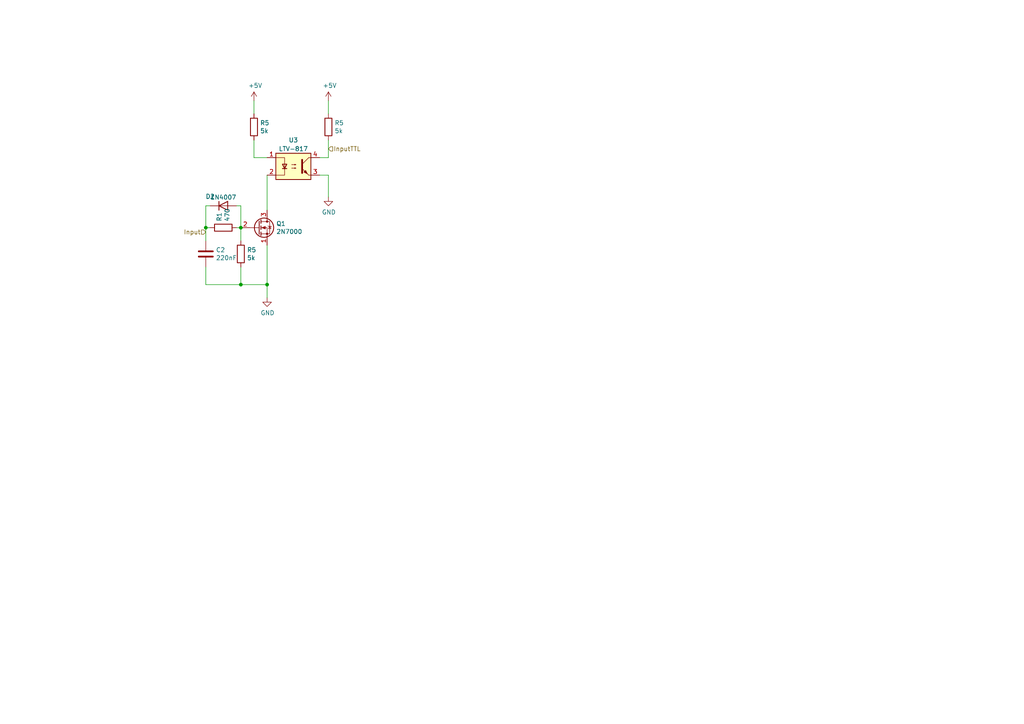
<source format=kicad_sch>
(kicad_sch (version 20230121) (generator eeschema)
  (paper "A4")
  (lib_symbols
    (symbol "Device:C" (pin_numbers hide) (pin_names (offset 0.254))
      (property "Reference" "C" (at 0.635 2.54 0))
      (property "Value" "C" (at 0.635 -2.54 0))
      (symbol "C_0_1"
        (polyline (pts (xy -2.032 -0.762) (xy 2.032 -0.762)) (stroke (width 0.508)))
        (polyline (pts (xy -2.032 0.762) (xy 2.032 0.762)) (stroke (width 0.508)))
      )
      (symbol "C_1_1"
        (pin passive line (at 0 3.81 270) (length 2.794) (name "~") (number "1"))
        (pin passive line (at 0 -3.81 90) (length 2.794) (name "~") (number "2"))
      )
    )
    (symbol "Device:R" (pin_numbers hide) (pin_names (offset 0))
      (property "Reference" "R" (at 2.032 0 90))
      (property "Value" "R" (at 0 0 90))
      (symbol "R_0_1"
        (rectangle (start -1.016 -2.54) (end 1.016 2.54) (stroke (width 0.254)))
      )
      (symbol "R_1_1"
        (pin passive line (at 0 3.81 270) (length 1.27) (name "~") (number "1"))
        (pin passive line (at 0 -3.81 90) (length 1.27) (name "~") (number "2"))
      )
    )
    (symbol "Diode:1N4007" (pin_numbers hide) (pin_names (offset 1.016) hide)
      (property "Reference" "D" (at 0 2.54 0))
      (property "Value" "1N4007" (at 0 -2.54 0))
      (symbol "1N4007_0_1"
        (polyline (pts (xy -1.27 1.27) (xy -1.27 -1.27)) (stroke (width 0.254)))
        (polyline (pts (xy 1.27 0) (xy -1.27 0)))
        (polyline (pts (xy 1.27 1.27) (xy 1.27 -1.27) (xy -1.27 0) (xy 1.27 1.27)) (stroke (width 0.254)))
      )
      (symbol "1N4007_1_1"
        (pin passive line (at -3.81 0 0) (length 2.54) (name "K") (number "1"))
        (pin passive line (at 3.81 0 180) (length 2.54) (name "A") (number "2"))
      )
    )
    (symbol "Isolator:LTV-817" (pin_names (offset 1.016))
      (property "Reference" "U" (at -5.08 5.08 0))
      (property "Value" "LTV-817" (at 0 5.08 0))
      (symbol "LTV-817_0_1"
        (rectangle (start -5.08 3.81) (end 5.08 -3.81) (stroke (width 0.254)) (fill (type background)))
        (polyline (pts (xy -3.175 -0.635) (xy -1.905 -0.635)) (stroke (width 0.254)))
        (polyline (pts (xy 2.54 0.635) (xy 4.445 2.54)))
        (polyline (pts (xy 4.445 -2.54) (xy 2.54 -0.635)) (fill (type outline)))
        (polyline (pts (xy 4.445 -2.54) (xy 5.08 -2.54)))
        (polyline (pts (xy 4.445 2.54) (xy 5.08 2.54)))
        (polyline (pts (xy -5.08 2.54) (xy -2.54 2.54) (xy -2.54 -0.762)))
        (polyline (pts (xy -2.54 -0.635) (xy -2.54 -2.54) (xy -5.08 -2.54)))
        (polyline (pts (xy 2.54 1.905) (xy 2.54 -1.905) (xy 2.54 -1.905)) (stroke (width 0.508)))
        (polyline (pts (xy -2.54 -0.635) (xy -3.175 0.635) (xy -1.905 0.635) (xy -2.54 -0.635)) (stroke (width 0.254)))
        (polyline (pts (xy -0.508 -0.508) (xy 0.762 -0.508) (xy 0.381 -0.635) (xy 0.381 -0.381) (xy 0.762 -0.508)))
        (polyline (pts (xy -0.508 0.508) (xy 0.762 0.508) (xy 0.381 0.381) (xy 0.381 0.635) (xy 0.762 0.508)))
        (polyline (pts (xy 3.048 -1.651) (xy 3.556 -1.143) (xy 4.064 -2.159) (xy 3.048 -1.651) (xy 3.048 -1.651)) (fill (type outline)))
      )
      (symbol "LTV-817_1_1"
        (pin passive line (at -7.62 2.54 0) (length 2.54) (name "~") (number "1"))
        (pin passive line (at -7.62 -2.54 0) (length 2.54) (name "~") (number "2"))
        (pin passive line (at 7.62 -2.54 180) (length 2.54) (name "~") (number "3"))
        (pin passive line (at 7.62 2.54 180) (length 2.54) (name "~") (number "4"))
      )
    )
    (symbol "Transistor_FET:2N7000" (pin_names hide)
      (property "Reference" "Q" (at 5.08 1.905 0))
      (property "Value" "2N7000" (at 5.08 0 0))
      (symbol "2N7000_0_1"
        (polyline (pts (xy 0.254 0) (xy -2.54 0)))
        (polyline (pts (xy 0.254 1.905) (xy 0.254 -1.905)) (stroke (width 0.254)))
        (polyline (pts (xy 0.762 -1.27) (xy 0.762 -2.286)) (stroke (width 0.254)))
        (polyline (pts (xy 0.762 0.508) (xy 0.762 -0.508)) (stroke (width 0.254)))
        (polyline (pts (xy 0.762 2.286) (xy 0.762 1.27)) (stroke (width 0.254)))
        (polyline (pts (xy 2.54 2.54) (xy 2.54 1.778)))
        (polyline (pts (xy 2.54 -2.54) (xy 2.54 0) (xy 0.762 0)))
        (polyline (pts (xy 0.762 -1.778) (xy 3.302 -1.778) (xy 3.302 1.778) (xy 0.762 1.778)))
        (polyline (pts (xy 1.016 0) (xy 2.032 0.381) (xy 2.032 -0.381) (xy 1.016 0)) (fill (type outline)))
        (polyline (pts (xy 2.794 0.508) (xy 2.921 0.381) (xy 3.683 0.381) (xy 3.81 0.254)))
        (polyline (pts (xy 3.302 0.381) (xy 2.921 -0.254) (xy 3.683 -0.254) (xy 3.302 0.381)))
        (circle (center 1.651 0) (radius 2.794) (stroke (width 0.254)))
        (circle (center 2.54 -1.778) (radius 0.254) (fill (type outline)))
        (circle (center 2.54 1.778) (radius 0.254) (fill (type outline)))
      )
      (symbol "2N7000_1_1"
        (pin passive line (at 2.54 -5.08 90) (length 2.54) (name "S") (number "1"))
        (pin input line (at -5.08 0 0) (length 2.54) (name "G") (number "2"))
        (pin passive line (at 2.54 5.08 270) (length 2.54) (name "D") (number "3"))
      )
    )
    (symbol "power:+5V" (power) (pin_names (offset 0))
      (property "Value" "+5V" (at 0 3.556 0))
      (symbol "+5V_0_1"
        (polyline (pts (xy -0.762 1.27) (xy 0 2.54)))
        (polyline (pts (xy 0 0) (xy 0 2.54)))
        (polyline (pts (xy 0 2.54) (xy 0.762 1.27)))
      )
      (symbol "+5V_1_1"
        (pin power_in line (at 0 0 90) (length 0) hide (name "+5V") (number "1"))
      )
    )
    (symbol "power:GND" (power) (pin_names (offset 0))
      (property "Value" "GND" (at 0 -3.81 0))
      (symbol "GND_0_1"
        (polyline (pts (xy 0 0) (xy 0 -1.27) (xy 1.27 -1.27) (xy 0 -2.54) (xy -1.27 -1.27) (xy 0 -1.27)))
      )
      (symbol "GND_1_1"
        (pin power_in line (at 0 0 270) (length 0) hide (name "GND") (number "1"))
      )
    )
  )
  (junction (at 59.69 66.04))
  (junction (at 69.85 82.55))
  (junction (at 69.85 66.04))
  (junction (at 77.47 82.55))
  (wire (pts (xy 68.58 66.04) (xy 69.85 66.04)))
  (wire (pts (xy 92.71 45.72) (xy 95.25 45.72)))
  (wire (pts (xy 95.25 50.8) (xy 95.25 57.15)))
  (wire (pts (xy 77.47 71.12) (xy 77.47 82.55)))
  (wire (pts (xy 68.58 59.69) (xy 69.85 59.69)))
  (wire (pts (xy 69.85 82.55) (xy 77.47 82.55)))
  (wire (pts (xy 73.66 45.72) (xy 77.47 45.72)))
  (wire (pts (xy 77.47 50.8) (xy 77.47 60.96)))
  (wire (pts (xy 59.69 82.55) (xy 69.85 82.55)))
  (wire (pts (xy 59.69 69.85) (xy 59.69 66.04)))
  (wire (pts (xy 77.47 86.36) (xy 77.47 82.55)))
  (wire (pts (xy 73.66 29.21) (xy 73.66 33.02)))
  (wire (pts (xy 69.85 77.47) (xy 69.85 82.55)))
  (wire (pts (xy 60.96 59.69) (xy 59.69 59.69)))
  (wire (pts (xy 59.69 59.69) (xy 59.69 66.04)))
  (wire (pts (xy 59.69 77.47) (xy 59.69 82.55)))
  (wire (pts (xy 73.66 40.64) (xy 73.66 45.72)))
  (wire (pts (xy 69.85 69.85) (xy 69.85 66.04)))
  (wire (pts (xy 95.25 45.72) (xy 95.25 40.64)))
  (wire (pts (xy 69.85 59.69) (xy 69.85 66.04)))
  (wire (pts (xy 59.69 66.04) (xy 60.96 66.04)))
  (wire (pts (xy 95.25 29.21) (xy 95.25 33.02)))
  (wire (pts (xy 92.71 50.8) (xy 95.25 50.8)))
  (hierarchical_label "InputTTL" (shape input) (at 95.25 43.18 0))
  (hierarchical_label "Input" (shape input) (at 59.69 67.31 180))
  (symbol (lib_id "Diode:1N4007") (at 64.77 59.69 0) (unit 1)
    (property "Reference" "D2" (at 60.96 56.9935 0))
    (property "Value" "1N4007" (at 64.77 57.2286 0))
    (property "Footprint" "Diode_THT:D_DO-41_SOD81_P10.16mm_Horizontal" (effects hide))
    (property "Datasheet" "http://www.vishay.com/docs/88503/1n4001.pdf" (effects hide))
    (instances (project "MakeItRain" (path "" (reference "D2") (unit 1)) (path "" (reference "D4") (unit 1)) (path "" (reference "D6") (unit 1)) (path "" (reference "D8") (unit 1))) (project "CarHeadlightBuzzer" (path "" (reference "D2") (unit 1)) (path "" (reference "D1") (unit 1)) (path "" (reference "D3") (unit 1)) (path "" (reference "D4") (unit 1))))
  )
  (symbol (lib_id "power:+5V") (at 95.25 29.21 0) (unit 1)
    (property "Reference" "#PWR05" (effects hide))
    (property "Value" "+5V" (at 95.631 24.8158 0))
    (instances (project "LM2597-5" (path "" (reference "#PWR05") (unit 1))) (project "CarHeadlightBuzzer" (path "" (reference "#PWR022") (unit 1)) (path "" (reference "#PWR037") (unit 1)) (path "" (reference "#PWR038") (unit 1)) (path "" (reference "#PWR039") (unit 1))))
  )
  (symbol (lib_id "power:+5V") (at 73.66 29.21 0) (unit 1)
    (property "Reference" "#PWR05" (effects hide))
    (property "Value" "+5V" (at 74.041 24.8158 0))
    (instances (project "LM2597-5" (path "" (reference "#PWR05") (unit 1))) (project "CarHeadlightBuzzer" (path "" (reference "#PWR022") (unit 1)) (path "" (reference "#PWR034") (unit 1)) (path "" (reference "#PWR035") (unit 1)) (path "" (reference "#PWR036") (unit 1))))
  )
  (symbol (lib_id "power:GND") (at 95.25 57.15 0) (unit 1)
    (property "Reference" "#PWR022" (effects hide))
    (property "Value" "GND" (at 95.377 61.5442 0))
    (instances (project "MakeItRain" (path "" (reference "#PWR022") (unit 1)) (path "" (reference "#PWR025") (unit 1)) (path "" (reference "#PWR028") (unit 1)) (path "" (reference "#PWR031") (unit 1))) (project "CarHeadlightBuzzer" (path "" (reference "#PWR031") (unit 1)) (path "" (reference "#PWR032") (unit 1)) (path "" (reference "#PWR033") (unit 1))))
  )
  (symbol (lib_id "Transistor_FET:2N7000") (at 74.93 66.04 0) (unit 1)
    (property "Reference" "Q1" (at 80.1116 64.8716 0) (effects (justify left)))
    (property "Value" "2N7000" (at 80.1116 67.183 0) (effects (justify left)))
    (property "Footprint" "Package_TO_SOT_THT:TO-92_Inline" (effects hide))
    (property "Datasheet" "https://www.onsemi.com/pub/Collateral/NDS7002A-D.PDF" (effects hide))
    (instances (project "MakeItRain" (path "" (reference "Q1") (unit 1)) (path "" (reference "Q4") (unit 1)) (path "" (reference "Q7") (unit 1)) (path "" (reference "Q10") (unit 1))) (project "CarHeadlightBuzzer" (path "" (reference "Q1") (unit 1)) (path "" (reference "Q1") (unit 1)) (path "" (reference "Q4") (unit 1)) (path "" (reference "Q5") (unit 1))))
  )
  (symbol (lib_id "Isolator:LTV-817") (at 85.09 48.26 0) (unit 1)
    (property "Reference" "U3" (at 85.09 40.64 0))
    (property "Value" "LTV-817" (at 85.09 43.18 0))
    (property "Footprint" "Package_DIP:DIP-4_W7.62mm" (effects hide))
    (property "Datasheet" "http://www.us.liteon.com/downloads/LTV-817-827-847.PDF" (effects hide))
    (instances (project "CarHeadlightBuzzer" (path "" (reference "U3") (unit 1)) (path "" (reference "U4") (unit 1)) (path "" (reference "U5") (unit 1))))
  )
  (symbol (lib_id "Device:R") (at 64.77 66.04 90) (unit 1)
    (property "Reference" "R1" (at 63.6016 64.262 0) (effects (justify left)))
    (property "Value" "470" (at 65.913 64.262 0) (effects (justify left)))
    (property "Footprint" "Resistor_THT:R_Axial_DIN0207_L6.3mm_D2.5mm_P2.54mm_Vertical" (effects hide))
    (instances (project "MakeItRain" (path "" (reference "R1") (unit 1)) (path "" (reference "R2") (unit 1)) (path "" (reference "R22") (unit 1)) (path "" (reference "R35") (unit 1))) (project "CarHeadlightBuzzer" (path "" (reference "R1") (unit 1)) (path "" (reference "R1") (unit 1)) (path "" (reference "R6") (unit 1)) (path "" (reference "R8") (unit 1))))
  )
  (symbol (lib_id "Device:R") (at 73.66 36.83 0) (unit 1)
    (property "Reference" "R5" (at 75.438 35.6616 0) (effects (justify left)))
    (property "Value" "5k" (at 75.438 37.973 0) (effects (justify left)))
    (property "Footprint" "Resistor_THT:R_Axial_DIN0207_L6.3mm_D2.5mm_P2.54mm_Vertical" (effects hide))
    (instances (project "MakeItRain" (path "" (reference "R5") (unit 1)) (path "" (reference "R9") (unit 1)) (path "" (reference "R13") (unit 1)) (path "" (reference "R17") (unit 1))) (project "CarHeadlightBuzzer" (path "" (reference "R5") (unit 1)) (path "" (reference "R23") (unit 1)) (path "" (reference "R24") (unit 1)) (path "" (reference "R25") (unit 1))))
  )
  (symbol (lib_id "Device:C") (at 59.69 73.66 0) (unit 1)
    (property "Reference" "C2" (at 62.611 72.4916 0) (effects (justify left)))
    (property "Value" "220nF" (at 62.611 74.803 0) (effects (justify left)))
    (property "Footprint" "Capacitor_THT:C_Disc_D5.1mm_W3.2mm_P5.00mm" (effects hide))
    (instances (project "MakeItRain" (path "" (reference "C2") (unit 1)) (path "" (reference "C3") (unit 1)) (path "" (reference "C4") (unit 1)) (path "" (reference "C5") (unit 1))) (project "CarHeadlightBuzzer" (path "" (reference "C2") (unit 1)) (path "" (reference "C1") (unit 1)) (path "" (reference "C2") (unit 1)) (path "" (reference "C3") (unit 1))))
  )
  (symbol (lib_id "Device:R") (at 69.85 73.66 0) (unit 1)
    (property "Reference" "R5" (at 71.628 72.4916 0) (effects (justify left)))
    (property "Value" "5k" (at 71.628 74.803 0) (effects (justify left)))
    (property "Footprint" "Resistor_THT:R_Axial_DIN0207_L6.3mm_D2.5mm_P2.54mm_Vertical" (effects hide))
    (instances (project "MakeItRain" (path "" (reference "R5") (unit 1)) (path "" (reference "R9") (unit 1)) (path "" (reference "R13") (unit 1)) (path "" (reference "R17") (unit 1))) (project "CarHeadlightBuzzer" (path "" (reference "R5") (unit 1)) (path "" (reference "R2") (unit 1)) (path "" (reference "R7") (unit 1)) (path "" (reference "R9") (unit 1))))
  )
  (symbol (lib_id "Device:R") (at 95.25 36.83 0) (unit 1)
    (property "Reference" "R5" (at 97.028 35.6616 0) (effects (justify left)))
    (property "Value" "5k" (at 97.028 37.973 0) (effects (justify left)))
    (property "Footprint" "Resistor_THT:R_Axial_DIN0207_L6.3mm_D2.5mm_P2.54mm_Vertical" (effects hide))
    (instances (project "MakeItRain" (path "" (reference "R5") (unit 1)) (path "" (reference "R9") (unit 1)) (path "" (reference "R13") (unit 1)) (path "" (reference "R17") (unit 1))) (project "CarHeadlightBuzzer" (path "" (reference "R5") (unit 1)) (path "" (reference "R20") (unit 1)) (path "" (reference "R21") (unit 1)) (path "" (reference "R22") (unit 1))))
  )
  (symbol (lib_id "power:GND") (at 77.47 86.36 0) (unit 1)
    (property "Reference" "#PWR022" (effects hide))
    (property "Value" "GND" (at 77.597 90.7542 0))
    (instances (project "MakeItRain" (path "" (reference "#PWR022") (unit 1)) (path "" (reference "#PWR025") (unit 1)) (path "" (reference "#PWR028") (unit 1)) (path "" (reference "#PWR031") (unit 1))) (project "CarHeadlightBuzzer" (path "" (reference "#PWR01") (unit 1)) (path "" (reference "#PWR04") (unit 1)) (path "" (reference "#PWR05") (unit 1))))
  )
)
</source>
